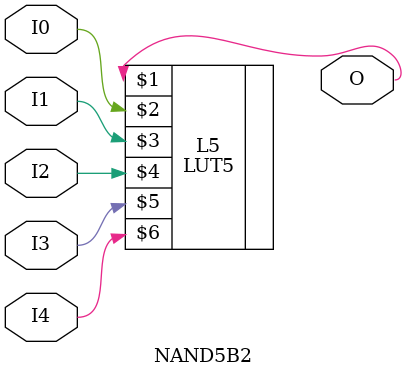
<source format=v>


`timescale  1 ps / 1 ps


module NAND5B2 (O, I0, I1, I2, I3, I4);

    output O;

    input  I0, I1, I2, I3, I4;

    LUT5 #(.INIT(32'hEFFFFFFF)) L5 (O, I0, I1, I2, I3, I4);

endmodule

</source>
